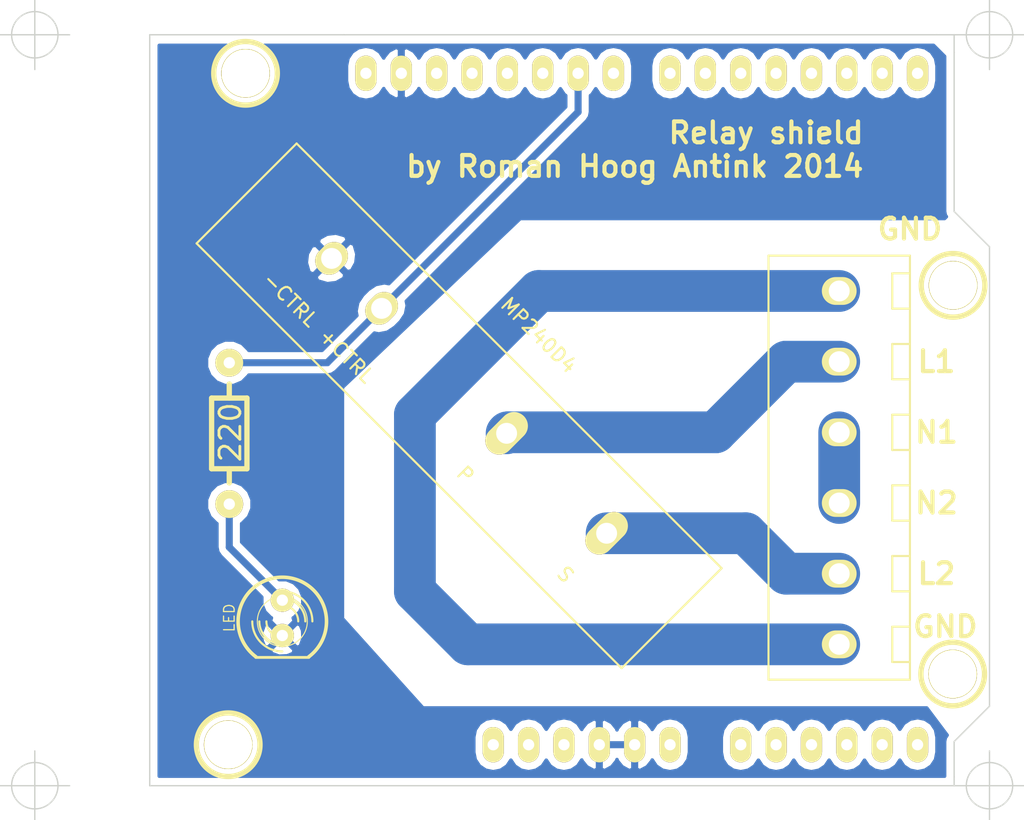
<source format=kicad_pcb>
(kicad_pcb (version 3) (host pcbnew "(2013-jul-14)-product")

  (general
    (links 11)
    (no_connects 0)
    (area 59.73 45.0796 133.31 107.3458)
    (thickness 1.6)
    (drawings 24)
    (tracks 19)
    (zones 0)
    (modules 9)
    (nets 32)
  )

  (page A4)
  (title_block
    (title DREHLICHT)
    (date "10 Jan 2014")
    (rev A)
    (company "Roman Hoog Antink")
  )

  (layers
    (15 F.Cu signal hide)
    (0 B.Cu signal)
    (16 B.Adhes user)
    (17 F.Adhes user)
    (18 B.Paste user)
    (19 F.Paste user)
    (20 B.SilkS user hide)
    (21 F.SilkS user)
    (22 B.Mask user)
    (23 F.Mask user hide)
    (24 Dwgs.User user hide)
    (25 Cmts.User user)
    (26 Eco1.User user)
    (27 Eco2.User user)
    (28 Edge.Cuts user)
  )

  (setup
    (last_trace_width 0.508)
    (trace_clearance 0.508)
    (zone_clearance 0.508)
    (zone_45_only no)
    (trace_min 0.254)
    (segment_width 0.2)
    (edge_width 0.1)
    (via_size 0.035)
    (via_drill 0.025)
    (via_min_size 0.035)
    (via_min_drill 0.02)
    (uvia_size 0.02)
    (uvia_drill 0.005)
    (uvias_allowed no)
    (uvia_min_size 0.0152)
    (uvia_min_drill 0)
    (pcb_text_width 0.3)
    (pcb_text_size 1.5 1.5)
    (mod_edge_width 0.15)
    (mod_text_size 1 1)
    (mod_text_width 0.15)
    (pad_size 1.99898 1.99898)
    (pad_drill 0.8128)
    (pad_to_mask_clearance 0)
    (aux_axis_origin 62.23 51.435)
    (grid_origin 62.23 51.435)
    (visible_elements FFFFFF7F)
    (pcbplotparams
      (layerselection 6291457)
      (usegerberextensions true)
      (excludeedgelayer true)
      (linewidth 0.150000)
      (plotframeref false)
      (viasonmask false)
      (mode 1)
      (useauxorigin false)
      (hpglpennumber 1)
      (hpglpenspeed 20)
      (hpglpendiameter 15)
      (hpglpenoverlay 2)
      (psnegative false)
      (psa4output false)
      (plotreference true)
      (plotvalue true)
      (plotothertext true)
      (plotinvisibletext false)
      (padsonsilk false)
      (subtractmaskfromsilk false)
      (outputformat 1)
      (mirror false)
      (drillshape 0)
      (scaleselection 1)
      (outputdirectory gerber/))
  )

  (net 0 "")
  (net 1 GND)
  (net 2 "Net-(D1-Pad1)")
  (net 3 "Net-(R1-Pad1)")
  (net 4 "Net-(REL1-Pad1)")
  (net 5 "Net-(REL1-Pad2)")
  (net 6 "Net-(SHIELD1-Pad0)")
  (net 7 "Net-(SHIELD1-Pad1)")
  (net 8 "Net-(SHIELD1-Pad10)")
  (net 9 "Net-(SHIELD1-Pad11)")
  (net 10 "Net-(SHIELD1-Pad12)")
  (net 11 "Net-(SHIELD1-Pad13)")
  (net 12 "Net-(SHIELD1-Pad2)")
  (net 13 "Net-(SHIELD1-Pad3)")
  (net 14 "Net-(SHIELD1-Pad3V3)")
  (net 15 "Net-(SHIELD1-Pad4)")
  (net 16 "Net-(SHIELD1-Pad5)")
  (net 17 "Net-(SHIELD1-Pad5V)")
  (net 18 "Net-(SHIELD1-Pad6)")
  (net 19 "Net-(SHIELD1-Pad7)")
  (net 20 "Net-(SHIELD1-Pad8)")
  (net 21 "Net-(SHIELD1-PadAD0)")
  (net 22 "Net-(SHIELD1-PadAD1)")
  (net 23 "Net-(SHIELD1-PadAD2)")
  (net 24 "Net-(SHIELD1-PadAD3)")
  (net 25 "Net-(SHIELD1-PadAD4)")
  (net 26 "Net-(SHIELD1-PadAD5)")
  (net 27 "Net-(SHIELD1-PadAREF)")
  (net 28 "Net-(SHIELD1-PadRST)")
  (net 29 "Net-(SHIELD1-PadV_IN)")
  (net 30 "Net-(TERM1-Pad1)")
  (net 31 "Net-(TERM1-Pad3)")

  (net_class Default "Dies ist die voreingestellte Netzklasse."
    (clearance 0.508)
    (trace_width 0.508)
    (via_dia 0.035)
    (via_drill 0.025)
    (uvia_dia 0.02)
    (uvia_drill 0.005)
    (add_net "")
    (add_net GND)
    (add_net "Net-(D1-Pad1)")
    (add_net "Net-(R1-Pad1)")
    (add_net "Net-(SHIELD1-Pad0)")
    (add_net "Net-(SHIELD1-Pad1)")
    (add_net "Net-(SHIELD1-Pad10)")
    (add_net "Net-(SHIELD1-Pad11)")
    (add_net "Net-(SHIELD1-Pad12)")
    (add_net "Net-(SHIELD1-Pad13)")
    (add_net "Net-(SHIELD1-Pad2)")
    (add_net "Net-(SHIELD1-Pad3)")
    (add_net "Net-(SHIELD1-Pad3V3)")
    (add_net "Net-(SHIELD1-Pad4)")
    (add_net "Net-(SHIELD1-Pad5)")
    (add_net "Net-(SHIELD1-Pad5V)")
    (add_net "Net-(SHIELD1-Pad6)")
    (add_net "Net-(SHIELD1-Pad7)")
    (add_net "Net-(SHIELD1-Pad8)")
    (add_net "Net-(SHIELD1-PadAD0)")
    (add_net "Net-(SHIELD1-PadAD1)")
    (add_net "Net-(SHIELD1-PadAD2)")
    (add_net "Net-(SHIELD1-PadAD3)")
    (add_net "Net-(SHIELD1-PadAD4)")
    (add_net "Net-(SHIELD1-PadAD5)")
    (add_net "Net-(SHIELD1-PadAREF)")
    (add_net "Net-(SHIELD1-PadRST)")
    (add_net "Net-(SHIELD1-PadV_IN)")
  )

  (net_class 220AC ""
    (clearance 1.25)
    (trace_width 3)
    (via_dia 0.035)
    (via_drill 0.025)
    (uvia_dia 0.02)
    (uvia_drill 0.005)
    (add_net "Net-(REL1-Pad1)")
    (add_net "Net-(REL1-Pad2)")
    (add_net "Net-(TERM1-Pad1)")
    (add_net "Net-(TERM1-Pad3)")
  )

  (module LEDs:LED-5MM (layer F.Cu) (tedit 52CF2A52) (tstamp 52CC728E)
    (at 80.01 93.345 270)
    (descr "LED 5mm - Lead pitch 100mil (2,54mm)")
    (tags "LED led 5mm 5MM 100mil 2,54mm")
    (path /52CDC780)
    (fp_text reference D1 (at 0 -3.81 270) (layer F.SilkS) hide
      (effects (font (size 0.762 0.762) (thickness 0.0889)))
    )
    (fp_text value LED (at 0 3.81 270) (layer F.SilkS)
      (effects (font (size 0.762 0.762) (thickness 0.0889)))
    )
    (fp_line (start 2.8448 1.905) (end 2.8448 -1.905) (layer F.SilkS) (width 0.2032))
    (fp_circle (center 0.254 0) (end -1.016 1.27) (layer F.SilkS) (width 0.0762))
    (fp_arc (start 0.254 0) (end 2.794 1.905) (angle 286.2) (layer F.SilkS) (width 0.254))
    (fp_arc (start 0.254 0) (end -0.889 0) (angle 90) (layer F.SilkS) (width 0.1524))
    (fp_arc (start 0.254 0) (end 1.397 0) (angle 90) (layer F.SilkS) (width 0.1524))
    (fp_arc (start 0.254 0) (end -1.397 0) (angle 90) (layer F.SilkS) (width 0.1524))
    (fp_arc (start 0.254 0) (end 1.905 0) (angle 90) (layer F.SilkS) (width 0.1524))
    (fp_arc (start 0.254 0) (end -1.905 0) (angle 90) (layer F.SilkS) (width 0.1524))
    (fp_arc (start 0.254 0) (end 2.413 0) (angle 90) (layer F.SilkS) (width 0.1524))
    (pad 1 thru_hole circle (at -1.27 0 270) (size 1.6764 1.6764) (drill 0.8128) (layers *.Cu *.Mask F.SilkS)
      (net 2 "Net-(D1-Pad1)"))
    (pad 2 thru_hole circle (at 1.27 0 270) (size 1.6764 1.6764) (drill 0.8128) (layers *.Cu *.Mask F.SilkS)
      (net 1 GND))
    (model discret/leds/led5_vertical_verde.wrl
      (at (xyz 0 0 0))
      (scale (xyz 1 1 1))
      (rotate (xyz 0 0 0))
    )
  )

  (module Resistors_ThroughHole:Resistor_Horizontal_RM10mm_22Apr2011 (layer F.Cu) (tedit 52D1CC92) (tstamp 52C5E193)
    (at 76.2 80.01 270)
    (descr "Resistor, Axial,  RM 10mm, 1/3W,")
    (tags "Resistor, Axial, RM 10mm, 1/3W,")
    (path /52CDC76C)
    (fp_text reference R1 (at 0.24892 -3.50012 270) (layer F.SilkS) hide
      (effects (font (thickness 0.3048)))
    )
    (fp_text value 220 (at 0 -0.0762 270) (layer F.SilkS)
      (effects (font (size 1.50114 1.50114) (thickness 0.20066)))
    )
    (fp_line (start -2.46126 0) (end -3.47726 0) (layer F.SilkS) (width 0.381))
    (fp_line (start 2.61874 0) (end 3.63474 0) (layer F.SilkS) (width 0.381))
    (fp_line (start -2.46126 -1.27) (end 2.61874 -1.27) (layer F.SilkS) (width 0.381))
    (fp_line (start 2.61874 -1.27) (end 2.61874 1.27) (layer F.SilkS) (width 0.381))
    (fp_line (start 2.61874 1.27) (end -2.46126 1.27) (layer F.SilkS) (width 0.381))
    (fp_line (start -2.46126 1.27) (end -2.46126 -1.27) (layer F.SilkS) (width 0.381))
    (pad 1 thru_hole circle (at -5.00126 0 270) (size 1.99898 1.99898) (drill 0.8128) (layers *.Cu *.Mask F.SilkS)
      (net 3 "Net-(R1-Pad1)"))
    (pad 2 thru_hole circle (at 5.15874 0 270) (size 1.99898 1.99898) (drill 0.8128) (layers *.Cu *.Mask F.SilkS)
      (net 2 "Net-(D1-Pad1)"))
  )

  (module arduino:ARDUINO_SHIELD_2 (layer F.Cu) (tedit 52CF2FBA) (tstamp 52C5E1DA)
    (at 62.1411 105.0036)
    (path /52C480D2)
    (fp_text reference SHIELD1 (at 5.715 -57.15) (layer F.SilkS) hide
      (effects (font (thickness 0.3048)))
    )
    (fp_text value ARDUINO_SHIELD (at 10.16 -54.61) (layer F.SilkS) hide
      (effects (font (thickness 0.3048)))
    )
    (fp_line (start 0 -44.45) (end 10.16 -44.45) (layer Dwgs.User) (width 0.381))
    (fp_line (start 10.16 -44.45) (end 10.16 -31.75) (layer Dwgs.User) (width 0.381))
    (fp_line (start 10.16 -31.75) (end 0 -31.75) (layer Dwgs.User) (width 0.381))
    (fp_line (start 12.7 -4.318) (end 0 -4.318) (layer Dwgs.User) (width 0.381))
    (fp_line (start 0 -12.7) (end 12.7 -12.7) (layer Dwgs.User) (width 0.381))
    (fp_line (start 12.7 -12.7) (end 12.7 -4.572) (layer Dwgs.User) (width 0.381))
    (fp_circle (center 13.97 -2.54) (end 16.002 -1.524) (layer Dwgs.User) (width 0.381))
    (fp_circle (center 15.24 -50.8) (end 16.764 -49.276) (layer Dwgs.User) (width 0.381))
    (fp_circle (center 66.04 -7.62) (end 67.31 -6.096) (layer Dwgs.User) (width 0.381))
    (fp_circle (center 66.04 -35.56) (end 67.31 -34.036) (layer Dwgs.User) (width 0.381))
    (fp_line (start 66.04 -40.64) (end 66.04 -52.07) (layer Dwgs.User) (width 0.381))
    (fp_line (start 66.04 -52.07) (end 64.77 -53.34) (layer Dwgs.User) (width 0.381))
    (fp_line (start 64.77 -53.34) (end 0 -53.34) (layer Dwgs.User) (width 0.381))
    (fp_line (start 66.04 0) (end 0 0) (layer Dwgs.User) (width 0.381))
    (fp_line (start 0 0) (end 0 -53.34) (layer Dwgs.User) (width 0.381))
    (fp_line (start 66.04 -40.64) (end 68.58 -38.1) (layer Dwgs.User) (width 0.381))
    (fp_line (start 68.58 -38.1) (end 68.58 -5.08) (layer Dwgs.User) (width 0.381))
    (fp_line (start 68.58 -5.08) (end 66.04 -2.54) (layer Dwgs.User) (width 0.381))
    (fp_line (start 66.04 -2.54) (end 66.04 0) (layer Dwgs.User) (width 0.381))
    (pad AD5 thru_hole oval (at 63.5 -2.54 90) (size 2.54 1.524) (drill 0.8128) (layers *.Cu *.Mask F.SilkS)
      (net 26 "Net-(SHIELD1-PadAD5)"))
    (pad AD4 thru_hole oval (at 60.96 -2.54 90) (size 2.54 1.524) (drill 0.8128) (layers *.Cu *.Mask F.SilkS)
      (net 25 "Net-(SHIELD1-PadAD4)"))
    (pad AD3 thru_hole oval (at 58.42 -2.54 90) (size 2.54 1.524) (drill 0.8128) (layers *.Cu *.Mask F.SilkS)
      (net 24 "Net-(SHIELD1-PadAD3)"))
    (pad AD0 thru_hole oval (at 50.8 -2.54 90) (size 2.54 1.524) (drill 0.8128) (layers *.Cu *.Mask F.SilkS)
      (net 21 "Net-(SHIELD1-PadAD0)"))
    (pad AD1 thru_hole oval (at 53.34 -2.54 90) (size 2.54 1.524) (drill 0.8128) (layers *.Cu *.Mask F.SilkS)
      (net 22 "Net-(SHIELD1-PadAD1)"))
    (pad AD2 thru_hole oval (at 55.88 -2.54 90) (size 2.54 1.524) (drill 0.8128) (layers *.Cu *.Mask F.SilkS)
      (net 23 "Net-(SHIELD1-PadAD2)"))
    (pad V_IN thru_hole oval (at 45.72 -2.54 90) (size 2.54 1.524) (drill 0.8128) (layers *.Cu *.Mask F.SilkS)
      (net 29 "Net-(SHIELD1-PadV_IN)"))
    (pad GND2 thru_hole oval (at 43.18 -2.54 90) (size 2.54 1.524) (drill 0.8128) (layers *.Cu *.Mask F.SilkS)
      (net 1 GND))
    (pad GND1 thru_hole oval (at 40.64 -2.54 90) (size 2.54 1.524) (drill 0.8128) (layers *.Cu *.Mask F.SilkS)
      (net 1 GND))
    (pad 3V3 thru_hole oval (at 35.56 -2.54 90) (size 2.54 1.524) (drill 0.8128) (layers *.Cu *.Mask F.SilkS)
      (net 14 "Net-(SHIELD1-Pad3V3)"))
    (pad RST thru_hole oval (at 33.02 -2.54 90) (size 2.54 1.524) (drill 0.8128) (layers *.Cu *.Mask F.SilkS)
      (net 28 "Net-(SHIELD1-PadRST)"))
    (pad 0 thru_hole oval (at 63.5 -50.8 90) (size 2.54 1.524) (drill 0.8128) (layers *.Cu *.Mask F.SilkS)
      (net 6 "Net-(SHIELD1-Pad0)"))
    (pad 1 thru_hole oval (at 60.96 -50.8 90) (size 2.54 1.524) (drill 0.8128) (layers *.Cu *.Mask F.SilkS)
      (net 7 "Net-(SHIELD1-Pad1)"))
    (pad 2 thru_hole oval (at 58.42 -50.8 90) (size 2.54 1.524) (drill 0.8128) (layers *.Cu *.Mask F.SilkS)
      (net 12 "Net-(SHIELD1-Pad2)"))
    (pad 3 thru_hole oval (at 55.88 -50.8 90) (size 2.54 1.524) (drill 0.8128) (layers *.Cu *.Mask F.SilkS)
      (net 13 "Net-(SHIELD1-Pad3)"))
    (pad 4 thru_hole oval (at 53.34 -50.8 90) (size 2.54 1.524) (drill 0.8128) (layers *.Cu *.Mask F.SilkS)
      (net 15 "Net-(SHIELD1-Pad4)"))
    (pad 5 thru_hole oval (at 50.8 -50.8 90) (size 2.54 1.524) (drill 0.8128) (layers *.Cu *.Mask F.SilkS)
      (net 16 "Net-(SHIELD1-Pad5)"))
    (pad 6 thru_hole oval (at 48.26 -50.8 90) (size 2.54 1.524) (drill 0.8128) (layers *.Cu *.Mask F.SilkS)
      (net 18 "Net-(SHIELD1-Pad6)"))
    (pad 7 thru_hole oval (at 45.72 -50.8 90) (size 2.54 1.524) (drill 0.8128) (layers *.Cu *.Mask F.SilkS)
      (net 19 "Net-(SHIELD1-Pad7)"))
    (pad 8 thru_hole oval (at 41.656 -50.8 90) (size 2.54 1.524) (drill 0.8128) (layers *.Cu *.Mask F.SilkS)
      (net 20 "Net-(SHIELD1-Pad8)"))
    (pad 9 thru_hole oval (at 39.116 -50.8 90) (size 2.54 1.524) (drill 0.8128) (layers *.Cu *.Mask F.SilkS)
      (net 3 "Net-(R1-Pad1)"))
    (pad 10 thru_hole oval (at 36.576 -50.8 90) (size 2.54 1.524) (drill 0.8128) (layers *.Cu *.Mask F.SilkS)
      (net 8 "Net-(SHIELD1-Pad10)"))
    (pad 11 thru_hole oval (at 34.036 -50.8 90) (size 2.54 1.524) (drill 0.8128) (layers *.Cu *.Mask F.SilkS)
      (net 9 "Net-(SHIELD1-Pad11)"))
    (pad 12 thru_hole oval (at 31.496 -50.8 90) (size 2.54 1.524) (drill 0.8128) (layers *.Cu *.Mask F.SilkS)
      (net 10 "Net-(SHIELD1-Pad12)"))
    (pad 13 thru_hole oval (at 28.956 -50.8 90) (size 2.54 1.524) (drill 0.8128) (layers *.Cu *.Mask F.SilkS)
      (net 11 "Net-(SHIELD1-Pad13)"))
    (pad GND3 thru_hole oval (at 26.416 -50.8 90) (size 2.54 1.524) (drill 0.8128) (layers *.Cu *.Mask F.SilkS)
      (net 1 GND))
    (pad AREF thru_hole oval (at 23.876 -50.8 90) (size 2.54 1.524) (drill 0.8128) (layers *.Cu *.Mask F.SilkS)
      (net 27 "Net-(SHIELD1-PadAREF)"))
    (pad 5V thru_hole oval (at 38.1 -2.54 90) (size 2.54 1.524) (drill 0.8128) (layers *.Cu *.Mask F.SilkS)
      (net 17 "Net-(SHIELD1-Pad5V)"))
  )

  (module roman_sterm2:STERM6 (layer F.Cu) (tedit 52CF2FED) (tstamp 52CC666A)
    (at 120.015 82.55)
    (path /52CC5EC0)
    (fp_text reference TERM1 (at 3.81 0 90) (layer F.SilkS) hide
      (effects (font (size 1 1) (thickness 0.15)))
    )
    (fp_text value SCREWTERM6 (at -3.81 0 90) (layer F.SilkS) hide
      (effects (font (size 1 1) (thickness 0.15)))
    )
    (fp_line (start 5.08 11.43) (end 3.81 11.43) (layer F.SilkS) (width 0.15))
    (fp_line (start 3.81 11.43) (end 3.81 13.97) (layer F.SilkS) (width 0.15))
    (fp_line (start 3.81 13.97) (end 5.08 13.97) (layer F.SilkS) (width 0.15))
    (fp_line (start 5.08 6.35) (end 3.81 6.35) (layer F.SilkS) (width 0.15))
    (fp_line (start 3.81 6.35) (end 3.81 8.89) (layer F.SilkS) (width 0.15))
    (fp_line (start 3.81 8.89) (end 5.08 8.89) (layer F.SilkS) (width 0.15))
    (fp_line (start 5.08 1.27) (end 3.81 1.27) (layer F.SilkS) (width 0.15))
    (fp_line (start 3.81 1.27) (end 3.81 3.81) (layer F.SilkS) (width 0.15))
    (fp_line (start 3.81 3.81) (end 5.08 3.81) (layer F.SilkS) (width 0.15))
    (fp_line (start 5.08 -3.81) (end 3.81 -3.81) (layer F.SilkS) (width 0.15))
    (fp_line (start 3.81 -3.81) (end 3.81 -1.27) (layer F.SilkS) (width 0.15))
    (fp_line (start 3.81 -1.27) (end 5.08 -1.27) (layer F.SilkS) (width 0.15))
    (fp_line (start 5.08 -8.89) (end 3.81 -8.89) (layer F.SilkS) (width 0.15))
    (fp_line (start 3.81 -8.89) (end 3.81 -6.35) (layer F.SilkS) (width 0.15))
    (fp_line (start 3.81 -6.35) (end 5.08 -6.35) (layer F.SilkS) (width 0.15))
    (fp_line (start 5.08 -13.97) (end 3.81 -13.97) (layer F.SilkS) (width 0.15))
    (fp_line (start 3.81 -13.97) (end 3.81 -11.43) (layer F.SilkS) (width 0.15))
    (fp_line (start 3.81 -11.43) (end 5.08 -11.43) (layer F.SilkS) (width 0.15))
    (fp_line (start -5.08 -15.24) (end 5.08 -15.24) (layer F.SilkS) (width 0.15))
    (fp_line (start 5.08 -15.24) (end 5.08 15.24) (layer F.SilkS) (width 0.15))
    (fp_line (start 5.08 15.24) (end -5.08 15.24) (layer F.SilkS) (width 0.15))
    (fp_line (start -5.08 15.24) (end -5.08 -15.24) (layer F.SilkS) (width 0.15))
    (pad 1 thru_hole oval (at 0 -12.7) (size 2.5 2) (drill 1.5) (layers *.Cu *.Mask F.SilkS)
      (net 30 "Net-(TERM1-Pad1)") (clearance 1.25))
    (pad 2 thru_hole oval (at 0 -7.62) (size 2.5 2) (drill 1.5) (layers *.Cu *.Mask F.SilkS)
      (net 5 "Net-(REL1-Pad2)") (clearance 1.25))
    (pad 3 thru_hole oval (at 0 -2.54) (size 2.5 2) (drill 1.5) (layers *.Cu *.Mask F.SilkS)
      (net 31 "Net-(TERM1-Pad3)") (clearance 1.25))
    (pad 4 thru_hole oval (at 0 2.54) (size 2.5 2) (drill 1.5) (layers *.Cu *.Mask F.SilkS)
      (net 31 "Net-(TERM1-Pad3)") (clearance 1.25))
    (pad 5 thru_hole oval (at 0 7.62) (size 2.5 2) (drill 1.5) (layers *.Cu *.Mask F.SilkS)
      (net 4 "Net-(REL1-Pad1)") (clearance 1.25))
    (pad 6 thru_hole oval (at 0 12.7) (size 2.5 2) (drill 1.5) (layers *.Cu *.Mask F.SilkS)
      (net 30 "Net-(TERM1-Pad1)") (clearance 1.25))
  )

  (module Connect:1pin (layer F.Cu) (tedit 52CF2F12) (tstamp 52CDBB37)
    (at 128.1684 97.3836)
    (descr "module 1 pin (ou trou mecanique de percage)")
    (tags DEV)
    (fp_text reference 1PIN (at 0 -3.048) (layer F.SilkS) hide
      (effects (font (size 1.016 1.016) (thickness 0.254)))
    )
    (fp_text value P*** (at 0 2.794) (layer F.SilkS) hide
      (effects (font (size 1.016 1.016) (thickness 0.254)))
    )
    (fp_circle (center 0 0) (end 0 -2.286) (layer F.SilkS) (width 0.381))
    (pad 1 thru_hole circle (at 0 0) (size 3.5 3.5) (drill 3.4) (layers *.Cu *.Mask F.SilkS))
  )

  (module Connect:1pin (layer F.Cu) (tedit 52CF2F3D) (tstamp 52CC7CAD)
    (at 128.1938 69.4436)
    (descr "module 1 pin (ou trou mecanique de percage)")
    (tags DEV)
    (fp_text reference 1PIN (at 0 -3.048) (layer F.SilkS) hide
      (effects (font (size 1.016 1.016) (thickness 0.254)))
    )
    (fp_text value P*** (at 0 2.794) (layer F.SilkS) hide
      (effects (font (size 1.016 1.016) (thickness 0.254)))
    )
    (fp_circle (center 0 0) (end 0 -2.286) (layer F.SilkS) (width 0.381))
    (pad 1 thru_hole circle (at 0 0) (size 3.5 3.5) (drill 3.4) (layers *.Cu *.Mask F.SilkS))
  )

  (module roman_rel:MP240D4 (layer F.Cu) (tedit 52D1AD28) (tstamp 52D1B177)
    (at 92.71 78.105 135)
    (path /52C5273F)
    (fp_text reference REL1 (at 2.54 1.27 135) (layer F.SilkS) hide
      (effects (font (size 1 1) (thickness 0.15)))
    )
    (fp_text value MP240D4 (at -0.449013 7.633218 135) (layer F.SilkS)
      (effects (font (size 1 1) (thickness 0.15)))
    )
    (fp_text user P (at -3.81 -3.175 135) (layer F.SilkS)
      (effects (font (size 1 1) (thickness 0.15)))
    )
    (fp_text user S (at -13.97 -3.175 135) (layer F.SilkS)
      (effects (font (size 1 1) (thickness 0.15)))
    )
    (fp_text user -CTRL (at 13.97 -3.175 135) (layer F.SilkS)
      (effects (font (size 1 1) (thickness 0.15)))
    )
    (fp_text user +CTRL (at 8.255 -3.175 135) (layer F.SilkS)
      (effects (font (size 1 1) (thickness 0.15)))
    )
    (fp_line (start -21.59 -5.08) (end 21.59 -5.08) (layer F.SilkS) (width 0.15))
    (fp_line (start 21.59 -5.08) (end 21.59 5.08) (layer F.SilkS) (width 0.15))
    (fp_line (start 21.59 5.08) (end -21.59 5.08) (layer F.SilkS) (width 0.15))
    (fp_line (start -21.59 5.08) (end -21.59 -5.08) (layer F.SilkS) (width 0.15))
    (pad 4 thru_hole oval (at 13.97 1.016 135) (size 2 2.5) (drill 1.5) (layers *.Cu *.Mask F.SilkS)
      (net 1 GND))
    (pad 2 thru_hole oval (at -3.81 1.016 135) (size 2 3.5) (drill 1.5) (layers *.Cu *.Mask F.SilkS)
      (net 5 "Net-(REL1-Pad2)"))
    (pad 3 thru_hole oval (at 8.89 1.016 135) (size 2 2.5) (drill 1.5) (layers *.Cu *.Mask F.SilkS)
      (net 3 "Net-(R1-Pad1)"))
    (pad 1 thru_hole oval (at -13.97 1.016 135) (size 2 3.5) (drill 1.5) (layers *.Cu *.Mask F.SilkS)
      (net 4 "Net-(REL1-Pad1)"))
  )

  (module Connect:1pin (layer F.Cu) (tedit 52CF29D8) (tstamp 52CF2B9A)
    (at 76.1238 102.4636)
    (descr "module 1 pin (ou trou mecanique de percage)")
    (tags DEV)
    (fp_text reference 1PIN (at 0 -3.048) (layer F.SilkS) hide
      (effects (font (size 1.016 1.016) (thickness 0.254)))
    )
    (fp_text value P*** (at 0 2.794) (layer F.SilkS) hide
      (effects (font (size 1.016 1.016) (thickness 0.254)))
    )
    (fp_circle (center 0 0) (end 0 -2.286) (layer F.SilkS) (width 0.381))
    (pad 1 thru_hole circle (at 0 0) (size 3.5 3.5) (drill 3.4) (layers *.Cu *.Mask F.SilkS))
  )

  (module Connect:1pin (layer F.Cu) (tedit 52CF29E8) (tstamp 52CF2BA0)
    (at 77.3684 54.2036)
    (descr "module 1 pin (ou trou mecanique de percage)")
    (tags DEV)
    (fp_text reference 1PIN (at 0 -3.048) (layer F.SilkS) hide
      (effects (font (size 1.016 1.016) (thickness 0.254)))
    )
    (fp_text value P*** (at 0 2.794) (layer F.SilkS) hide
      (effects (font (size 1.016 1.016) (thickness 0.254)))
    )
    (fp_circle (center 0 0) (end 0 -2.286) (layer F.SilkS) (width 0.381))
    (pad 1 thru_hole circle (at 0 0) (size 3.5 3.5) (drill 3.4) (layers *.Cu *.Mask F.SilkS))
  )

  (gr_line (start 128.27 51.435) (end 128.27 52.705) (angle 90) (layer Edge.Cuts) (width 0.1))
  (gr_line (start 127 51.435) (end 128.27 51.435) (angle 90) (layer Edge.Cuts) (width 0.1))
  (gr_line (start 128.27 105.41) (end 128.27 104.775) (angle 90) (layer Edge.Cuts) (width 0.1))
  (gr_line (start 70.485 105.41) (end 128.27 105.41) (angle 90) (layer Edge.Cuts) (width 0.1))
  (gr_line (start 70.485 104.775) (end 70.485 105.41) (angle 90) (layer Edge.Cuts) (width 0.1))
  (target plus (at 62.23 51.435) (size 5) (width 0.1) (layer Edge.Cuts))
  (target plus (at 62.23 105.41) (size 5) (width 0.1) (layer Edge.Cuts))
  (target plus (at 130.81 51.435) (size 5) (width 0.1) (layer Edge.Cuts))
  (target plus (at 130.81 105.41) (size 5) (width 0.1) (layer Edge.Cuts))
  (gr_text "Relay shield\nby Roman Hoog Antink 2014" (at 121.92 59.69) (layer F.SilkS)
    (effects (font (size 1.5 1.5) (thickness 0.3)) (justify right))
  )
  (gr_line (start 70.485 51.435) (end 84.455 51.435) (angle 90) (layer Edge.Cuts) (width 0.1))
  (gr_line (start 70.485 104.775) (end 70.485 51.435) (angle 90) (layer Edge.Cuts) (width 0.1))
  (gr_line (start 128.27 102.235) (end 128.27 104.775) (angle 90) (layer Edge.Cuts) (width 0.1))
  (gr_line (start 130.81 99.695) (end 128.27 102.235) (angle 90) (layer Edge.Cuts) (width 0.1))
  (gr_line (start 130.81 66.675) (end 130.81 99.695) (angle 90) (layer Edge.Cuts) (width 0.1))
  (gr_line (start 128.27 64.135) (end 130.81 66.675) (angle 90) (layer Edge.Cuts) (width 0.1))
  (gr_line (start 128.27 52.705) (end 128.27 64.135) (angle 90) (layer Edge.Cuts) (width 0.1))
  (gr_line (start 84.455 51.435) (end 127 51.435) (angle 90) (layer Edge.Cuts) (width 0.1))
  (gr_text GND (at 127.635 93.98) (layer F.SilkS)
    (effects (font (size 1.5 1.5) (thickness 0.3)))
  )
  (gr_text L2 (at 127 90.17) (layer F.SilkS)
    (effects (font (size 1.5 1.5) (thickness 0.3)))
  )
  (gr_text N2 (at 127 85.09) (layer F.SilkS)
    (effects (font (size 1.5 1.5) (thickness 0.3)))
  )
  (gr_text N1 (at 127 80.01) (layer F.SilkS)
    (effects (font (size 1.5 1.5) (thickness 0.3)))
  )
  (gr_text L1 (at 127 74.93) (layer F.SilkS)
    (effects (font (size 1.5 1.5) (thickness 0.3)))
  )
  (gr_text GND (at 125.095 65.405) (layer F.SilkS)
    (effects (font (size 1.5 1.5) (thickness 0.3)))
  )

  (segment (start 76.2 85.16874) (end 76.2 88.265) (width 0.508) (layer B.Cu) (net 2))
  (segment (start 76.2 88.265) (end 80.01 92.075) (width 0.508) (layer B.Cu) (net 2) (tstamp 52D1BF96))
  (segment (start 87.142241 71.1004) (end 83.233901 75.00874) (width 0.508) (layer B.Cu) (net 3))
  (segment (start 83.233901 75.00874) (end 76.2 75.00874) (width 0.508) (layer B.Cu) (net 3) (tstamp 52D1BF8D))
  (segment (start 101.2571 54.2036) (end 101.2571 56.985541) (width 0.508) (layer B.Cu) (net 3))
  (segment (start 101.2571 56.985541) (end 87.142241 71.1004) (width 0.508) (layer B.Cu) (net 3) (tstamp 52D1BF7C))
  (segment (start 103.306702 87.264861) (end 113.299861 87.264861) (width 3) (layer B.Cu) (net 4))
  (segment (start 116.205 90.17) (end 120.015 90.17) (width 3) (layer B.Cu) (net 4) (tstamp 52D1BEE4))
  (segment (start 113.299861 87.264861) (end 116.205 90.17) (width 3) (layer B.Cu) (net 4) (tstamp 52D1BEDB))
  (segment (start 120.015 74.93) (end 116.205 74.93) (width 3) (layer B.Cu) (net 5))
  (segment (start 96.193153 80.01) (end 96.122497 80.080656) (width 3) (layer B.Cu) (net 5) (tstamp 52D1BED7))
  (segment (start 111.125 80.01) (end 96.193153 80.01) (width 3) (layer B.Cu) (net 5) (tstamp 52D1BED5))
  (segment (start 116.205 74.93) (end 111.125 80.01) (width 3) (layer B.Cu) (net 5) (tstamp 52D1BED3))
  (segment (start 120.015 69.85) (end 98.425 69.85) (width 3) (layer B.Cu) (net 30))
  (segment (start 93.345 95.25) (end 120.015 95.25) (width 3) (layer B.Cu) (net 30) (tstamp 52D1BECA))
  (segment (start 89.535 91.44) (end 93.345 95.25) (width 3) (layer B.Cu) (net 30) (tstamp 52D1BEC6))
  (segment (start 89.535 78.74) (end 89.535 91.44) (width 3) (layer B.Cu) (net 30) (tstamp 52D1BEBE))
  (segment (start 98.425 69.85) (end 89.535 78.74) (width 3) (layer B.Cu) (net 30) (tstamp 52D1BEBA))
  (segment (start 120.015 85.09) (end 120.015 80.01) (width 3) (layer B.Cu) (net 31))

  (zone (net 1) (net_name GND) (layer B.Cu) (tstamp 52D1ABA0) (hatch edge 0.508)
    (connect_pads (clearance 0.508))
    (min_thickness 0.254)
    (fill (arc_segments 16) (thermal_gap 0.508) (thermal_bridge_width 0.508))
    (polygon
      (pts
        (xy 126.365 99.695) (xy 128.27 102.235) (xy 128.27 105.41) (xy 70.485 105.41) (xy 70.485 52.07)
        (xy 127 52.07) (xy 128.27 53.34) (xy 128.27 64.135) (xy 127.635 64.77) (xy 97.155 64.77)
        (xy 84.455 76.835) (xy 84.455 93.345) (xy 90.17 99.695)
      )
    )
    (filled_polygon
      (pts
        (xy 127.767889 101.777185) (xy 127.637143 101.972862) (xy 127.585 102.235) (xy 127.585 104.725) (xy 127.0381 104.725)
        (xy 127.0381 103.008921) (xy 127.0381 101.918279) (xy 126.93176 101.38367) (xy 126.628928 100.930451) (xy 126.175709 100.627619)
        (xy 125.6411 100.521279) (xy 125.106491 100.627619) (xy 124.653272 100.930451) (xy 124.3711 101.35275) (xy 124.088928 100.930451)
        (xy 123.635709 100.627619) (xy 123.1011 100.521279) (xy 122.566491 100.627619) (xy 122.113272 100.930451) (xy 121.8311 101.35275)
        (xy 121.548928 100.930451) (xy 121.095709 100.627619) (xy 120.5611 100.521279) (xy 120.026491 100.627619) (xy 119.573272 100.930451)
        (xy 119.2911 101.35275) (xy 119.008928 100.930451) (xy 118.555709 100.627619) (xy 118.0211 100.521279) (xy 117.486491 100.627619)
        (xy 117.033272 100.930451) (xy 116.7511 101.35275) (xy 116.468928 100.930451) (xy 116.015709 100.627619) (xy 115.4811 100.521279)
        (xy 114.946491 100.627619) (xy 114.493272 100.930451) (xy 114.2111 101.35275) (xy 113.928928 100.930451) (xy 113.475709 100.627619)
        (xy 112.9411 100.521279) (xy 112.406491 100.627619) (xy 111.953272 100.930451) (xy 111.65044 101.38367) (xy 111.5441 101.918279)
        (xy 111.5441 103.008921) (xy 111.65044 103.54353) (xy 111.953272 103.996749) (xy 112.406491 104.299581) (xy 112.9411 104.405921)
        (xy 113.475709 104.299581) (xy 113.928928 103.996749) (xy 114.2111 103.574449) (xy 114.493272 103.996749) (xy 114.946491 104.299581)
        (xy 115.4811 104.405921) (xy 116.015709 104.299581) (xy 116.468928 103.996749) (xy 116.7511 103.574449) (xy 117.033272 103.996749)
        (xy 117.486491 104.299581) (xy 118.0211 104.405921) (xy 118.555709 104.299581) (xy 119.008928 103.996749) (xy 119.2911 103.574449)
        (xy 119.573272 103.996749) (xy 120.026491 104.299581) (xy 120.5611 104.405921) (xy 121.095709 104.299581) (xy 121.548928 103.996749)
        (xy 121.8311 103.574449) (xy 122.113272 103.996749) (xy 122.566491 104.299581) (xy 123.1011 104.405921) (xy 123.635709 104.299581)
        (xy 124.088928 103.996749) (xy 124.3711 103.574449) (xy 124.653272 103.996749) (xy 125.106491 104.299581) (xy 125.6411 104.405921)
        (xy 126.175709 104.299581) (xy 126.628928 103.996749) (xy 126.93176 103.54353) (xy 127.0381 103.008921) (xy 127.0381 104.725)
        (xy 109.2581 104.725) (xy 109.2581 103.008921) (xy 109.2581 101.918279) (xy 109.15176 101.38367) (xy 108.848928 100.930451)
        (xy 108.395709 100.627619) (xy 107.8611 100.521279) (xy 107.326491 100.627619) (xy 106.873272 100.930451) (xy 106.58177 101.366713)
        (xy 106.563159 101.303659) (xy 106.219126 100.87797) (xy 105.738377 100.61634) (xy 105.66417 100.60138) (xy 105.4481 100.72388)
        (xy 105.4481 102.3366) (xy 105.4681 102.3366) (xy 105.4681 102.5906) (xy 105.4481 102.5906) (xy 105.4481 104.20332)
        (xy 105.66417 104.32582) (xy 105.738377 104.31086) (xy 106.219126 104.04923) (xy 106.563159 103.623541) (xy 106.58177 103.560486)
        (xy 106.873272 103.996749) (xy 107.326491 104.299581) (xy 107.8611 104.405921) (xy 108.395709 104.299581) (xy 108.848928 103.996749)
        (xy 109.15176 103.54353) (xy 109.2581 103.008921) (xy 109.2581 104.725) (xy 105.1941 104.725) (xy 105.1941 104.20332)
        (xy 105.1941 102.5906) (xy 105.1941 102.3366) (xy 105.1941 100.72388) (xy 104.97803 100.60138) (xy 104.903823 100.61634)
        (xy 104.423074 100.87797) (xy 104.079041 101.303659) (xy 104.0511 101.398323) (xy 104.023159 101.303659) (xy 103.679126 100.87797)
        (xy 103.198377 100.61634) (xy 103.12417 100.60138) (xy 102.9081 100.72388) (xy 102.9081 102.3366) (xy 103.9241 102.3366)
        (xy 104.1781 102.3366) (xy 105.1941 102.3366) (xy 105.1941 102.5906) (xy 104.1781 102.5906) (xy 103.9241 102.5906)
        (xy 102.9081 102.5906) (xy 102.9081 104.20332) (xy 103.12417 104.32582) (xy 103.198377 104.31086) (xy 103.679126 104.04923)
        (xy 104.023159 103.623541) (xy 104.0511 103.528876) (xy 104.079041 103.623541) (xy 104.423074 104.04923) (xy 104.903823 104.31086)
        (xy 104.97803 104.32582) (xy 105.1941 104.20332) (xy 105.1941 104.725) (xy 102.6541 104.725) (xy 102.6541 104.20332)
        (xy 102.6541 102.5906) (xy 102.6341 102.5906) (xy 102.6341 102.3366) (xy 102.6541 102.3366) (xy 102.6541 100.72388)
        (xy 102.43803 100.60138) (xy 102.363823 100.61634) (xy 101.883074 100.87797) (xy 101.539041 101.303659) (xy 101.520429 101.366713)
        (xy 101.228928 100.930451) (xy 100.775709 100.627619) (xy 100.2411 100.521279) (xy 99.706491 100.627619) (xy 99.253272 100.930451)
        (xy 98.9711 101.35275) (xy 98.688928 100.930451) (xy 98.235709 100.627619) (xy 97.7011 100.521279) (xy 97.166491 100.627619)
        (xy 96.713272 100.930451) (xy 96.4311 101.35275) (xy 96.148928 100.930451) (xy 95.695709 100.627619) (xy 95.1611 100.521279)
        (xy 94.626491 100.627619) (xy 94.173272 100.930451) (xy 93.87044 101.38367) (xy 93.7641 101.918279) (xy 93.7641 103.008921)
        (xy 93.87044 103.54353) (xy 94.173272 103.996749) (xy 94.626491 104.299581) (xy 95.1611 104.405921) (xy 95.695709 104.299581)
        (xy 96.148928 103.996749) (xy 96.4311 103.574449) (xy 96.713272 103.996749) (xy 97.166491 104.299581) (xy 97.7011 104.405921)
        (xy 98.235709 104.299581) (xy 98.688928 103.996749) (xy 98.9711 103.574449) (xy 99.253272 103.996749) (xy 99.706491 104.299581)
        (xy 100.2411 104.405921) (xy 100.775709 104.299581) (xy 101.228928 103.996749) (xy 101.520429 103.560486) (xy 101.539041 103.623541)
        (xy 101.883074 104.04923) (xy 102.363823 104.31086) (xy 102.43803 104.32582) (xy 102.6541 104.20332) (xy 102.6541 104.725)
        (xy 81.494977 104.725) (xy 81.494977 94.840903) (xy 81.483455 94.587186) (xy 81.483455 91.783248) (xy 81.259647 91.241589)
        (xy 80.845591 90.82681) (xy 80.304323 90.602056) (xy 79.793846 90.60161) (xy 77.089 87.896764) (xy 77.089 86.569934)
        (xy 77.124655 86.555202) (xy 77.584846 86.095813) (xy 77.834206 85.495287) (xy 77.834774 84.845046) (xy 77.586462 84.244085)
        (xy 77.127073 83.783894) (xy 76.526547 83.534534) (xy 75.876306 83.533966) (xy 75.275345 83.782278) (xy 74.815154 84.241667)
        (xy 74.565794 84.842193) (xy 74.565226 85.492434) (xy 74.813538 86.093395) (xy 75.272927 86.553586) (xy 75.311 86.569395)
        (xy 75.311 88.265) (xy 75.378671 88.605206) (xy 75.571382 88.893618) (xy 78.536987 91.859223) (xy 78.536545 92.366752)
        (xy 78.760353 92.908411) (xy 79.174409 93.32319) (xy 79.227995 93.345441) (xy 79.154192 93.579587) (xy 80.01 94.435395)
        (xy 80.865808 93.579587) (xy 80.792129 93.345836) (xy 80.843411 93.324647) (xy 81.25819 92.910591) (xy 81.482944 92.369323)
        (xy 81.483455 91.783248) (xy 81.483455 94.587186) (xy 81.468389 94.255431) (xy 81.29549 93.838017) (xy 81.045413 93.759192)
        (xy 80.189605 94.615) (xy 81.045413 95.470808) (xy 81.29549 95.391983) (xy 81.494977 94.840903) (xy 81.494977 104.725)
        (xy 80.865808 104.725) (xy 80.865808 95.650413) (xy 80.01 94.794605) (xy 79.830395 94.97421) (xy 79.830395 94.615)
        (xy 78.974587 93.759192) (xy 78.72451 93.838017) (xy 78.525023 94.389097) (xy 78.551611 94.974569) (xy 78.72451 95.391983)
        (xy 78.974587 95.470808) (xy 79.830395 94.615) (xy 79.830395 94.97421) (xy 79.154192 95.650413) (xy 79.233017 95.90049)
        (xy 79.784097 96.099977) (xy 80.369569 96.073389) (xy 80.786983 95.90049) (xy 80.865808 95.650413) (xy 80.865808 104.725)
        (xy 76.896259 104.725) (xy 77.473029 104.486684) (xy 78.144526 103.816358) (xy 78.508385 102.940087) (xy 78.509213 101.991275)
        (xy 78.146884 101.114371) (xy 77.476558 100.442874) (xy 76.600287 100.079015) (xy 75.651475 100.078187) (xy 74.774571 100.440516)
        (xy 74.103074 101.110842) (xy 73.739215 101.987113) (xy 73.738387 102.935925) (xy 74.100716 103.812829) (xy 74.771042 104.484326)
        (xy 75.35065 104.725) (xy 71.17 104.725) (xy 71.17 52.197) (xy 76.002658 52.197) (xy 75.347674 52.850842)
        (xy 74.983815 53.727113) (xy 74.982987 54.675925) (xy 75.345316 55.552829) (xy 76.015642 56.224326) (xy 76.891913 56.588185)
        (xy 77.840725 56.589013) (xy 78.717629 56.226684) (xy 79.389126 55.556358) (xy 79.752985 54.680087) (xy 79.753813 53.731275)
        (xy 79.391484 52.854371) (xy 78.735259 52.197) (xy 126.793264 52.197) (xy 127.585 52.988736) (xy 127.585 64.135)
        (xy 127.637143 64.397138) (xy 127.713692 64.511702) (xy 127.582395 64.643) (xy 127.0381 64.643) (xy 127.0381 54.748921)
        (xy 127.0381 53.658279) (xy 126.93176 53.12367) (xy 126.628928 52.670451) (xy 126.175709 52.367619) (xy 125.6411 52.261279)
        (xy 125.106491 52.367619) (xy 124.653272 52.670451) (xy 124.3711 53.09275) (xy 124.088928 52.670451) (xy 123.635709 52.367619)
        (xy 123.1011 52.261279) (xy 122.566491 52.367619) (xy 122.113272 52.670451) (xy 121.8311 53.09275) (xy 121.548928 52.670451)
        (xy 121.095709 52.367619) (xy 120.5611 52.261279) (xy 120.026491 52.367619) (xy 119.573272 52.670451) (xy 119.2911 53.09275)
        (xy 119.008928 52.670451) (xy 118.555709 52.367619) (xy 118.0211 52.261279) (xy 117.486491 52.367619) (xy 117.033272 52.670451)
        (xy 116.7511 53.09275) (xy 116.468928 52.670451) (xy 116.015709 52.367619) (xy 115.4811 52.261279) (xy 114.946491 52.367619)
        (xy 114.493272 52.670451) (xy 114.2111 53.09275) (xy 113.928928 52.670451) (xy 113.475709 52.367619) (xy 112.9411 52.261279)
        (xy 112.406491 52.367619) (xy 111.953272 52.670451) (xy 111.6711 53.09275) (xy 111.388928 52.670451) (xy 110.935709 52.367619)
        (xy 110.4011 52.261279) (xy 109.866491 52.367619) (xy 109.413272 52.670451) (xy 109.1311 53.09275) (xy 108.848928 52.670451)
        (xy 108.395709 52.367619) (xy 107.8611 52.261279) (xy 107.326491 52.367619) (xy 106.873272 52.670451) (xy 106.57044 53.12367)
        (xy 106.4641 53.658279) (xy 106.4641 54.748921) (xy 106.57044 55.28353) (xy 106.873272 55.736749) (xy 107.326491 56.039581)
        (xy 107.8611 56.145921) (xy 108.395709 56.039581) (xy 108.848928 55.736749) (xy 109.1311 55.314449) (xy 109.413272 55.736749)
        (xy 109.866491 56.039581) (xy 110.4011 56.145921) (xy 110.935709 56.039581) (xy 111.388928 55.736749) (xy 111.6711 55.314449)
        (xy 111.953272 55.736749) (xy 112.406491 56.039581) (xy 112.9411 56.145921) (xy 113.475709 56.039581) (xy 113.928928 55.736749)
        (xy 114.2111 55.314449) (xy 114.493272 55.736749) (xy 114.946491 56.039581) (xy 115.4811 56.145921) (xy 116.015709 56.039581)
        (xy 116.468928 55.736749) (xy 116.7511 55.314449) (xy 117.033272 55.736749) (xy 117.486491 56.039581) (xy 118.0211 56.145921)
        (xy 118.555709 56.039581) (xy 119.008928 55.736749) (xy 119.2911 55.314449) (xy 119.573272 55.736749) (xy 120.026491 56.039581)
        (xy 120.5611 56.145921) (xy 121.095709 56.039581) (xy 121.548928 55.736749) (xy 121.8311 55.314449) (xy 122.113272 55.736749)
        (xy 122.566491 56.039581) (xy 123.1011 56.145921) (xy 123.635709 56.039581) (xy 124.088928 55.736749) (xy 124.3711 55.314449)
        (xy 124.653272 55.736749) (xy 125.106491 56.039581) (xy 125.6411 56.145921) (xy 126.175709 56.039581) (xy 126.628928 55.736749)
        (xy 126.93176 55.28353) (xy 127.0381 54.748921) (xy 127.0381 64.643) (xy 105.1941 64.643) (xy 105.1941 54.748921)
        (xy 105.1941 53.658279) (xy 105.08776 53.12367) (xy 104.784928 52.670451) (xy 104.331709 52.367619) (xy 103.7971 52.261279)
        (xy 103.262491 52.367619) (xy 102.809272 52.670451) (xy 102.5271 53.09275) (xy 102.244928 52.670451) (xy 101.791709 52.367619)
        (xy 101.2571 52.261279) (xy 100.722491 52.367619) (xy 100.269272 52.670451) (xy 99.9871 53.09275) (xy 99.704928 52.670451)
        (xy 99.251709 52.367619) (xy 98.7171 52.261279) (xy 98.182491 52.367619) (xy 97.729272 52.670451) (xy 97.4471 53.09275)
        (xy 97.164928 52.670451) (xy 96.711709 52.367619) (xy 96.1771 52.261279) (xy 95.642491 52.367619) (xy 95.189272 52.670451)
        (xy 94.9071 53.09275) (xy 94.624928 52.670451) (xy 94.171709 52.367619) (xy 93.6371 52.261279) (xy 93.102491 52.367619)
        (xy 92.649272 52.670451) (xy 92.3671 53.09275) (xy 92.084928 52.670451) (xy 91.631709 52.367619) (xy 91.0971 52.261279)
        (xy 90.562491 52.367619) (xy 90.109272 52.670451) (xy 89.81777 53.106713) (xy 89.799159 53.043659) (xy 89.455126 52.61797)
        (xy 88.974377 52.35634) (xy 88.90017 52.34138) (xy 88.6841 52.46388) (xy 88.6841 54.0766) (xy 88.7041 54.0766)
        (xy 88.7041 54.3306) (xy 88.6841 54.3306) (xy 88.6841 55.94332) (xy 88.90017 56.06582) (xy 88.974377 56.05086)
        (xy 89.455126 55.78923) (xy 89.799159 55.363541) (xy 89.81777 55.300486) (xy 90.109272 55.736749) (xy 90.562491 56.039581)
        (xy 91.0971 56.145921) (xy 91.631709 56.039581) (xy 92.084928 55.736749) (xy 92.3671 55.314449) (xy 92.649272 55.736749)
        (xy 93.102491 56.039581) (xy 93.6371 56.145921) (xy 94.171709 56.039581) (xy 94.624928 55.736749) (xy 94.9071 55.314449)
        (xy 95.189272 55.736749) (xy 95.642491 56.039581) (xy 96.1771 56.145921) (xy 96.711709 56.039581) (xy 97.164928 55.736749)
        (xy 97.4471 55.314449) (xy 97.729272 55.736749) (xy 98.182491 56.039581) (xy 98.7171 56.145921) (xy 99.251709 56.039581)
        (xy 99.704928 55.736749) (xy 99.9871 55.314449) (xy 100.269272 55.736749) (xy 100.3681 55.802783) (xy 100.3681 56.617305)
        (xy 88.4301 68.555304) (xy 88.4301 55.94332) (xy 88.4301 54.3306) (xy 88.4101 54.3306) (xy 88.4101 54.0766)
        (xy 88.4301 54.0766) (xy 88.4301 52.46388) (xy 88.21403 52.34138) (xy 88.139823 52.35634) (xy 87.659074 52.61797)
        (xy 87.315041 53.043659) (xy 87.296429 53.106713) (xy 87.004928 52.670451) (xy 86.551709 52.367619) (xy 86.0171 52.261279)
        (xy 85.482491 52.367619) (xy 85.029272 52.670451) (xy 84.72644 53.12367) (xy 84.6201 53.658279) (xy 84.6201 54.748921)
        (xy 84.72644 55.28353) (xy 85.029272 55.736749) (xy 85.482491 56.039581) (xy 86.0171 56.145921) (xy 86.551709 56.039581)
        (xy 87.004928 55.736749) (xy 87.296429 55.300486) (xy 87.315041 55.363541) (xy 87.659074 55.78923) (xy 88.139823 56.05086)
        (xy 88.21403 56.06582) (xy 88.4301 55.94332) (xy 88.4301 68.555304) (xy 87.660219 69.325185) (xy 87.34513 69.26251)
        (xy 86.719442 69.386968) (xy 86.189011 69.741391) (xy 85.783232 70.147169) (xy 85.428809 70.677601) (xy 85.365731 70.994713)
        (xy 85.365731 67.196491) (xy 85.18931 66.579622) (xy 85.120311 66.476141) (xy 84.856715 66.381327) (xy 84.67711 66.560932)
        (xy 84.67711 66.201722) (xy 84.582296 65.938126) (xy 84.478815 65.869127) (xy 83.861946 65.692706) (xy 83.22452 65.76578)
        (xy 82.663579 66.077223) (xy 82.592708 66.371262) (xy 83.550139 67.328693) (xy 84.67711 66.201722) (xy 84.67711 66.560932)
        (xy 83.729744 67.508298) (xy 84.687175 68.465729) (xy 84.981214 68.394858) (xy 85.292657 67.833917) (xy 85.365731 67.196491)
        (xy 85.365731 70.994713) (xy 85.304351 71.303289) (xy 85.367026 71.618378) (xy 84.50757 72.477834) (xy 84.50757 68.645334)
        (xy 83.550139 67.687903) (xy 83.370534 67.867508) (xy 83.370534 67.508298) (xy 82.413103 66.550867) (xy 82.119064 66.621738)
        (xy 81.807621 67.182679) (xy 81.734547 67.820105) (xy 81.910968 68.436974) (xy 81.979967 68.540455) (xy 82.243563 68.635269)
        (xy 83.370534 67.508298) (xy 83.370534 67.867508) (xy 82.423168 68.814874) (xy 82.517982 69.07847) (xy 82.621463 69.147469)
        (xy 83.238332 69.32389) (xy 83.875758 69.250816) (xy 84.436699 68.939373) (xy 84.50757 68.645334) (xy 84.50757 72.477834)
        (xy 82.865665 74.11974) (xy 77.601194 74.11974) (xy 77.586462 74.084085) (xy 77.127073 73.623894) (xy 76.526547 73.374534)
        (xy 75.876306 73.373966) (xy 75.275345 73.622278) (xy 74.815154 74.081667) (xy 74.565794 74.682193) (xy 74.565226 75.332434)
        (xy 74.813538 75.933395) (xy 75.272927 76.393586) (xy 75.873453 76.642946) (xy 76.523694 76.643514) (xy 77.124655 76.395202)
        (xy 77.584846 75.935813) (xy 77.600655 75.89774) (xy 83.233901 75.89774) (xy 83.574106 75.830069) (xy 83.574107 75.830069)
        (xy 83.862519 75.637358) (xy 86.624262 72.875614) (xy 86.939352 72.93829) (xy 87.56504 72.813832) (xy 88.095472 72.459409)
        (xy 88.50125 72.05363) (xy 88.855673 71.523199) (xy 88.980131 70.897511) (xy 88.917455 70.582421) (xy 101.885718 57.614159)
        (xy 102.078429 57.325747) (xy 102.078429 57.325746) (xy 102.1461 56.985541) (xy 102.1461 55.802783) (xy 102.244928 55.736749)
        (xy 102.5271 55.314449) (xy 102.809272 55.736749) (xy 103.262491 56.039581) (xy 103.7971 56.145921) (xy 104.331709 56.039581)
        (xy 104.784928 55.736749) (xy 105.08776 55.28353) (xy 105.1941 54.748921) (xy 105.1941 64.643) (xy 97.104292 64.643)
        (xy 84.328 76.780477) (xy 84.328 93.393734) (xy 90.113439 99.822) (xy 126.3015 99.822) (xy 127.767889 101.777185)
      )
    )
  )
)

</source>
